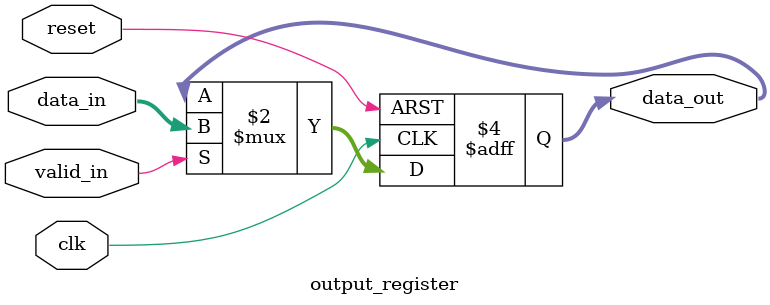
<source format=v>
module subtractor_fsm (
    input wire clk,       // 时钟信号
    input wire reset,     // 复位信号
    input wire [7:0] a,   // 被减数
    input wire [7:0] b,   // 减数
    output wire [7:0] res // 差
);

    // 流水线控制信号
    wire valid_stage1, valid_stage2, valid_stage3;
    wire ready_stage1, ready_stage2, ready_stage3;
    
    // 流水线数据信号
    wire [7:0] a_stage1, b_stage1;
    wire [7:0] b_inverted_stage2;
    wire [7:0] b_complement_stage2;
    wire [7:0] sum_result_stage3;
    wire carry_out_stage3;
    wire [7:0] final_result_stage3;
    
    // 实例化流水线控制器
    pipeline_controller pipe_ctrl (
        .clk(clk),
        .reset(reset),
        .valid_stage1(valid_stage1),
        .valid_stage2(valid_stage2),
        .valid_stage3(valid_stage3),
        .ready_stage1(ready_stage1),
        .ready_stage2(ready_stage2),
        .ready_stage3(ready_stage3)
    );
    
    // 第一级流水线：输入寄存器
    stage1_registers stage1 (
        .clk(clk),
        .reset(reset),
        .valid_in(valid_stage1),
        .ready_out(ready_stage1),
        .a_in(a),
        .b_in(b),
        .a_out(a_stage1),
        .b_out(b_stage1)
    );
    
    // 第二级流水线：补码计算
    stage2_complement stage2 (
        .clk(clk),
        .reset(reset),
        .valid_in(valid_stage2),
        .ready_out(ready_stage2),
        .a_in(a_stage1),
        .b_in(b_stage1),
        .b_inverted_out(b_inverted_stage2),
        .b_complement_out(b_complement_stage2)
    );
    
    // 第三级流水线：加法和结果处理
    stage3_adder stage3 (
        .clk(clk),
        .reset(reset),
        .valid_in(valid_stage3),
        .ready_out(ready_stage3),
        .a_in(a_stage1),
        .b_complement_in(b_complement_stage2),
        .sum_out(sum_result_stage3),
        .carry_out(carry_out_stage3),
        .final_result_out(final_result_stage3)
    );
    
    // 输出寄存器
    output_register out_reg (
        .clk(clk),
        .reset(reset),
        .valid_in(valid_stage3),
        .data_in(final_result_stage3),
        .data_out(res)
    );

endmodule

// 流水线控制器
module pipeline_controller (
    input wire clk,
    input wire reset,
    output reg valid_stage1,
    output reg valid_stage2,
    output reg valid_stage3,
    input wire ready_stage1,
    input wire ready_stage2,
    input wire ready_stage3
);

    always @(posedge clk or posedge reset) begin
        if (reset) begin
            valid_stage1 <= 1'b0;
            valid_stage2 <= 1'b0;
            valid_stage3 <= 1'b0;
        end else begin
            valid_stage1 <= 1'b1;
            valid_stage2 <= valid_stage1 & ready_stage1;
            valid_stage3 <= valid_stage2 & ready_stage2;
        end
    end

endmodule

// 第一级流水线寄存器
module stage1_registers (
    input wire clk,
    input wire reset,
    input wire valid_in,
    output reg ready_out,
    input wire [7:0] a_in,
    input wire [7:0] b_in,
    output reg [7:0] a_out,
    output reg [7:0] b_out
);

    always @(posedge clk or posedge reset) begin
        if (reset) begin
            a_out <= 8'b0;
            b_out <= 8'b0;
            ready_out <= 1'b0;
        end else if (valid_in) begin
            a_out <= a_in;
            b_out <= b_in;
            ready_out <= 1'b1;
        end else begin
            ready_out <= 1'b0;
        end
    end

endmodule

// 第二级流水线：补码计算
module stage2_complement (
    input wire clk,
    input wire reset,
    input wire valid_in,
    output reg ready_out,
    input wire [7:0] a_in,
    input wire [7:0] b_in,
    output reg [7:0] b_inverted_out,
    output reg [7:0] b_complement_out
);

    wire [7:0] b_inverted;
    wire [7:0] b_plus_1;
    
    assign b_inverted = ~b_in;
    assign b_plus_1 = b_inverted + 1;
    
    always @(posedge clk or posedge reset) begin
        if (reset) begin
            b_inverted_out <= 8'b0;
            b_complement_out <= 8'b0;
            ready_out <= 1'b0;
        end else if (valid_in) begin
            b_inverted_out <= b_inverted;
            b_complement_out <= b_plus_1;
            ready_out <= 1'b1;
        end else begin
            ready_out <= 1'b0;
        end
    end

endmodule

// 第三级流水线：加法和结果处理
module stage3_adder (
    input wire clk,
    input wire reset,
    input wire valid_in,
    output reg ready_out,
    input wire [7:0] a_in,
    input wire [7:0] b_complement_in,
    output reg [7:0] sum_out,
    output reg carry_out,
    output reg [7:0] final_result_out
);

    wire [8:0] sum_with_carry;
    
    assign sum_with_carry = a_in + b_complement_in;
    
    always @(posedge clk or posedge reset) begin
        if (reset) begin
            sum_out <= 8'b0;
            carry_out <= 1'b0;
            final_result_out <= 8'b0;
            ready_out <= 1'b0;
        end else if (valid_in) begin
            sum_out <= sum_with_carry[7:0];
            carry_out <= sum_with_carry[8];
            final_result_out <= sum_with_carry[8] ? sum_with_carry[7:0] : ~sum_with_carry[7:0] + 1;
            ready_out <= 1'b1;
        end else begin
            ready_out <= 1'b0;
        end
    end

endmodule

// 输出寄存器
module output_register (
    input wire clk,
    input wire reset,
    input wire valid_in,
    input wire [7:0] data_in,
    output reg [7:0] data_out
);

    always @(posedge clk or posedge reset) begin
        if (reset) begin
            data_out <= 8'b0;
        end else if (valid_in) begin
            data_out <= data_in;
        end
    end

endmodule
</source>
